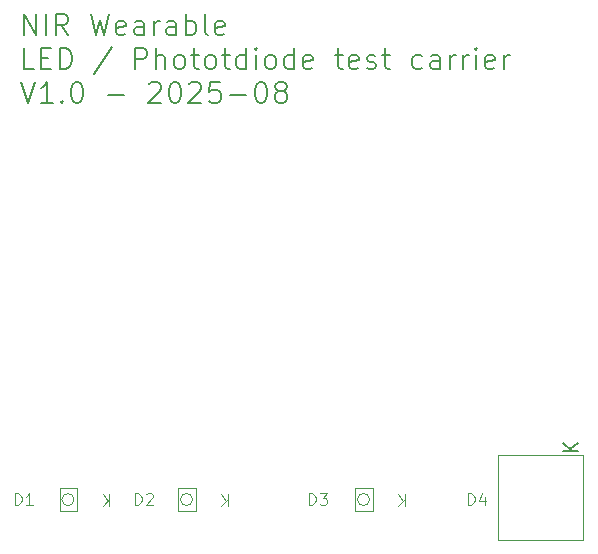
<source format=gbr>
%TF.GenerationSoftware,KiCad,Pcbnew,9.0.3-9.0.3-0~ubuntu24.04.1*%
%TF.CreationDate,2025-08-25T07:49:16-04:00*%
%TF.ProjectId,optical-carrier,6f707469-6361-46c2-9d63-617272696572,rev?*%
%TF.SameCoordinates,Original*%
%TF.FileFunction,Legend,Top*%
%TF.FilePolarity,Positive*%
%FSLAX46Y46*%
G04 Gerber Fmt 4.6, Leading zero omitted, Abs format (unit mm)*
G04 Created by KiCad (PCBNEW 9.0.3-9.0.3-0~ubuntu24.04.1) date 2025-08-25 07:49:16*
%MOMM*%
%LPD*%
G01*
G04 APERTURE LIST*
%ADD10C,0.177800*%
%ADD11C,0.100000*%
G04 APERTURE END LIST*
D10*
X184842706Y-69410001D02*
X184842706Y-67632001D01*
X184842706Y-67632001D02*
X185858706Y-69410001D01*
X185858706Y-69410001D02*
X185858706Y-67632001D01*
X186705373Y-69410001D02*
X186705373Y-67632001D01*
X188568040Y-69410001D02*
X187975373Y-68563335D01*
X187552040Y-69410001D02*
X187552040Y-67632001D01*
X187552040Y-67632001D02*
X188229373Y-67632001D01*
X188229373Y-67632001D02*
X188398707Y-67716668D01*
X188398707Y-67716668D02*
X188483373Y-67801335D01*
X188483373Y-67801335D02*
X188568040Y-67970668D01*
X188568040Y-67970668D02*
X188568040Y-68224668D01*
X188568040Y-68224668D02*
X188483373Y-68394001D01*
X188483373Y-68394001D02*
X188398707Y-68478668D01*
X188398707Y-68478668D02*
X188229373Y-68563335D01*
X188229373Y-68563335D02*
X187552040Y-68563335D01*
X190515374Y-67632001D02*
X190938707Y-69410001D01*
X190938707Y-69410001D02*
X191277374Y-68140001D01*
X191277374Y-68140001D02*
X191616040Y-69410001D01*
X191616040Y-69410001D02*
X192039374Y-67632001D01*
X193394040Y-69325335D02*
X193224707Y-69410001D01*
X193224707Y-69410001D02*
X192886040Y-69410001D01*
X192886040Y-69410001D02*
X192716707Y-69325335D01*
X192716707Y-69325335D02*
X192632040Y-69156001D01*
X192632040Y-69156001D02*
X192632040Y-68478668D01*
X192632040Y-68478668D02*
X192716707Y-68309335D01*
X192716707Y-68309335D02*
X192886040Y-68224668D01*
X192886040Y-68224668D02*
X193224707Y-68224668D01*
X193224707Y-68224668D02*
X193394040Y-68309335D01*
X193394040Y-68309335D02*
X193478707Y-68478668D01*
X193478707Y-68478668D02*
X193478707Y-68648001D01*
X193478707Y-68648001D02*
X192632040Y-68817335D01*
X195002707Y-69410001D02*
X195002707Y-68478668D01*
X195002707Y-68478668D02*
X194918040Y-68309335D01*
X194918040Y-68309335D02*
X194748707Y-68224668D01*
X194748707Y-68224668D02*
X194410040Y-68224668D01*
X194410040Y-68224668D02*
X194240707Y-68309335D01*
X195002707Y-69325335D02*
X194833374Y-69410001D01*
X194833374Y-69410001D02*
X194410040Y-69410001D01*
X194410040Y-69410001D02*
X194240707Y-69325335D01*
X194240707Y-69325335D02*
X194156040Y-69156001D01*
X194156040Y-69156001D02*
X194156040Y-68986668D01*
X194156040Y-68986668D02*
X194240707Y-68817335D01*
X194240707Y-68817335D02*
X194410040Y-68732668D01*
X194410040Y-68732668D02*
X194833374Y-68732668D01*
X194833374Y-68732668D02*
X195002707Y-68648001D01*
X195849374Y-69410001D02*
X195849374Y-68224668D01*
X195849374Y-68563335D02*
X195934041Y-68394001D01*
X195934041Y-68394001D02*
X196018707Y-68309335D01*
X196018707Y-68309335D02*
X196188041Y-68224668D01*
X196188041Y-68224668D02*
X196357374Y-68224668D01*
X197712041Y-69410001D02*
X197712041Y-68478668D01*
X197712041Y-68478668D02*
X197627374Y-68309335D01*
X197627374Y-68309335D02*
X197458041Y-68224668D01*
X197458041Y-68224668D02*
X197119374Y-68224668D01*
X197119374Y-68224668D02*
X196950041Y-68309335D01*
X197712041Y-69325335D02*
X197542708Y-69410001D01*
X197542708Y-69410001D02*
X197119374Y-69410001D01*
X197119374Y-69410001D02*
X196950041Y-69325335D01*
X196950041Y-69325335D02*
X196865374Y-69156001D01*
X196865374Y-69156001D02*
X196865374Y-68986668D01*
X196865374Y-68986668D02*
X196950041Y-68817335D01*
X196950041Y-68817335D02*
X197119374Y-68732668D01*
X197119374Y-68732668D02*
X197542708Y-68732668D01*
X197542708Y-68732668D02*
X197712041Y-68648001D01*
X198558708Y-69410001D02*
X198558708Y-67632001D01*
X198558708Y-68309335D02*
X198728041Y-68224668D01*
X198728041Y-68224668D02*
X199066708Y-68224668D01*
X199066708Y-68224668D02*
X199236041Y-68309335D01*
X199236041Y-68309335D02*
X199320708Y-68394001D01*
X199320708Y-68394001D02*
X199405375Y-68563335D01*
X199405375Y-68563335D02*
X199405375Y-69071335D01*
X199405375Y-69071335D02*
X199320708Y-69240668D01*
X199320708Y-69240668D02*
X199236041Y-69325335D01*
X199236041Y-69325335D02*
X199066708Y-69410001D01*
X199066708Y-69410001D02*
X198728041Y-69410001D01*
X198728041Y-69410001D02*
X198558708Y-69325335D01*
X200421375Y-69410001D02*
X200252042Y-69325335D01*
X200252042Y-69325335D02*
X200167375Y-69156001D01*
X200167375Y-69156001D02*
X200167375Y-67632001D01*
X201776041Y-69325335D02*
X201606708Y-69410001D01*
X201606708Y-69410001D02*
X201268041Y-69410001D01*
X201268041Y-69410001D02*
X201098708Y-69325335D01*
X201098708Y-69325335D02*
X201014041Y-69156001D01*
X201014041Y-69156001D02*
X201014041Y-68478668D01*
X201014041Y-68478668D02*
X201098708Y-68309335D01*
X201098708Y-68309335D02*
X201268041Y-68224668D01*
X201268041Y-68224668D02*
X201606708Y-68224668D01*
X201606708Y-68224668D02*
X201776041Y-68309335D01*
X201776041Y-68309335D02*
X201860708Y-68478668D01*
X201860708Y-68478668D02*
X201860708Y-68648001D01*
X201860708Y-68648001D02*
X201014041Y-68817335D01*
X185689373Y-72272481D02*
X184842706Y-72272481D01*
X184842706Y-72272481D02*
X184842706Y-70494481D01*
X186282039Y-71341148D02*
X186874706Y-71341148D01*
X187128706Y-72272481D02*
X186282039Y-72272481D01*
X186282039Y-72272481D02*
X186282039Y-70494481D01*
X186282039Y-70494481D02*
X187128706Y-70494481D01*
X187890706Y-72272481D02*
X187890706Y-70494481D01*
X187890706Y-70494481D02*
X188314039Y-70494481D01*
X188314039Y-70494481D02*
X188568039Y-70579148D01*
X188568039Y-70579148D02*
X188737373Y-70748481D01*
X188737373Y-70748481D02*
X188822039Y-70917815D01*
X188822039Y-70917815D02*
X188906706Y-71256481D01*
X188906706Y-71256481D02*
X188906706Y-71510481D01*
X188906706Y-71510481D02*
X188822039Y-71849148D01*
X188822039Y-71849148D02*
X188737373Y-72018481D01*
X188737373Y-72018481D02*
X188568039Y-72187815D01*
X188568039Y-72187815D02*
X188314039Y-72272481D01*
X188314039Y-72272481D02*
X187890706Y-72272481D01*
X192293373Y-70409815D02*
X190769373Y-72695815D01*
X194240707Y-72272481D02*
X194240707Y-70494481D01*
X194240707Y-70494481D02*
X194918040Y-70494481D01*
X194918040Y-70494481D02*
X195087374Y-70579148D01*
X195087374Y-70579148D02*
X195172040Y-70663815D01*
X195172040Y-70663815D02*
X195256707Y-70833148D01*
X195256707Y-70833148D02*
X195256707Y-71087148D01*
X195256707Y-71087148D02*
X195172040Y-71256481D01*
X195172040Y-71256481D02*
X195087374Y-71341148D01*
X195087374Y-71341148D02*
X194918040Y-71425815D01*
X194918040Y-71425815D02*
X194240707Y-71425815D01*
X196018707Y-72272481D02*
X196018707Y-70494481D01*
X196780707Y-72272481D02*
X196780707Y-71341148D01*
X196780707Y-71341148D02*
X196696040Y-71171815D01*
X196696040Y-71171815D02*
X196526707Y-71087148D01*
X196526707Y-71087148D02*
X196272707Y-71087148D01*
X196272707Y-71087148D02*
X196103374Y-71171815D01*
X196103374Y-71171815D02*
X196018707Y-71256481D01*
X197881374Y-72272481D02*
X197712041Y-72187815D01*
X197712041Y-72187815D02*
X197627374Y-72103148D01*
X197627374Y-72103148D02*
X197542707Y-71933815D01*
X197542707Y-71933815D02*
X197542707Y-71425815D01*
X197542707Y-71425815D02*
X197627374Y-71256481D01*
X197627374Y-71256481D02*
X197712041Y-71171815D01*
X197712041Y-71171815D02*
X197881374Y-71087148D01*
X197881374Y-71087148D02*
X198135374Y-71087148D01*
X198135374Y-71087148D02*
X198304707Y-71171815D01*
X198304707Y-71171815D02*
X198389374Y-71256481D01*
X198389374Y-71256481D02*
X198474041Y-71425815D01*
X198474041Y-71425815D02*
X198474041Y-71933815D01*
X198474041Y-71933815D02*
X198389374Y-72103148D01*
X198389374Y-72103148D02*
X198304707Y-72187815D01*
X198304707Y-72187815D02*
X198135374Y-72272481D01*
X198135374Y-72272481D02*
X197881374Y-72272481D01*
X198982041Y-71087148D02*
X199659374Y-71087148D01*
X199236041Y-70494481D02*
X199236041Y-72018481D01*
X199236041Y-72018481D02*
X199320708Y-72187815D01*
X199320708Y-72187815D02*
X199490041Y-72272481D01*
X199490041Y-72272481D02*
X199659374Y-72272481D01*
X200506041Y-72272481D02*
X200336708Y-72187815D01*
X200336708Y-72187815D02*
X200252041Y-72103148D01*
X200252041Y-72103148D02*
X200167374Y-71933815D01*
X200167374Y-71933815D02*
X200167374Y-71425815D01*
X200167374Y-71425815D02*
X200252041Y-71256481D01*
X200252041Y-71256481D02*
X200336708Y-71171815D01*
X200336708Y-71171815D02*
X200506041Y-71087148D01*
X200506041Y-71087148D02*
X200760041Y-71087148D01*
X200760041Y-71087148D02*
X200929374Y-71171815D01*
X200929374Y-71171815D02*
X201014041Y-71256481D01*
X201014041Y-71256481D02*
X201098708Y-71425815D01*
X201098708Y-71425815D02*
X201098708Y-71933815D01*
X201098708Y-71933815D02*
X201014041Y-72103148D01*
X201014041Y-72103148D02*
X200929374Y-72187815D01*
X200929374Y-72187815D02*
X200760041Y-72272481D01*
X200760041Y-72272481D02*
X200506041Y-72272481D01*
X201606708Y-71087148D02*
X202284041Y-71087148D01*
X201860708Y-70494481D02*
X201860708Y-72018481D01*
X201860708Y-72018481D02*
X201945375Y-72187815D01*
X201945375Y-72187815D02*
X202114708Y-72272481D01*
X202114708Y-72272481D02*
X202284041Y-72272481D01*
X203638708Y-72272481D02*
X203638708Y-70494481D01*
X203638708Y-72187815D02*
X203469375Y-72272481D01*
X203469375Y-72272481D02*
X203130708Y-72272481D01*
X203130708Y-72272481D02*
X202961375Y-72187815D01*
X202961375Y-72187815D02*
X202876708Y-72103148D01*
X202876708Y-72103148D02*
X202792041Y-71933815D01*
X202792041Y-71933815D02*
X202792041Y-71425815D01*
X202792041Y-71425815D02*
X202876708Y-71256481D01*
X202876708Y-71256481D02*
X202961375Y-71171815D01*
X202961375Y-71171815D02*
X203130708Y-71087148D01*
X203130708Y-71087148D02*
X203469375Y-71087148D01*
X203469375Y-71087148D02*
X203638708Y-71171815D01*
X204485375Y-72272481D02*
X204485375Y-71087148D01*
X204485375Y-70494481D02*
X204400708Y-70579148D01*
X204400708Y-70579148D02*
X204485375Y-70663815D01*
X204485375Y-70663815D02*
X204570042Y-70579148D01*
X204570042Y-70579148D02*
X204485375Y-70494481D01*
X204485375Y-70494481D02*
X204485375Y-70663815D01*
X205586042Y-72272481D02*
X205416709Y-72187815D01*
X205416709Y-72187815D02*
X205332042Y-72103148D01*
X205332042Y-72103148D02*
X205247375Y-71933815D01*
X205247375Y-71933815D02*
X205247375Y-71425815D01*
X205247375Y-71425815D02*
X205332042Y-71256481D01*
X205332042Y-71256481D02*
X205416709Y-71171815D01*
X205416709Y-71171815D02*
X205586042Y-71087148D01*
X205586042Y-71087148D02*
X205840042Y-71087148D01*
X205840042Y-71087148D02*
X206009375Y-71171815D01*
X206009375Y-71171815D02*
X206094042Y-71256481D01*
X206094042Y-71256481D02*
X206178709Y-71425815D01*
X206178709Y-71425815D02*
X206178709Y-71933815D01*
X206178709Y-71933815D02*
X206094042Y-72103148D01*
X206094042Y-72103148D02*
X206009375Y-72187815D01*
X206009375Y-72187815D02*
X205840042Y-72272481D01*
X205840042Y-72272481D02*
X205586042Y-72272481D01*
X207702709Y-72272481D02*
X207702709Y-70494481D01*
X207702709Y-72187815D02*
X207533376Y-72272481D01*
X207533376Y-72272481D02*
X207194709Y-72272481D01*
X207194709Y-72272481D02*
X207025376Y-72187815D01*
X207025376Y-72187815D02*
X206940709Y-72103148D01*
X206940709Y-72103148D02*
X206856042Y-71933815D01*
X206856042Y-71933815D02*
X206856042Y-71425815D01*
X206856042Y-71425815D02*
X206940709Y-71256481D01*
X206940709Y-71256481D02*
X207025376Y-71171815D01*
X207025376Y-71171815D02*
X207194709Y-71087148D01*
X207194709Y-71087148D02*
X207533376Y-71087148D01*
X207533376Y-71087148D02*
X207702709Y-71171815D01*
X209226709Y-72187815D02*
X209057376Y-72272481D01*
X209057376Y-72272481D02*
X208718709Y-72272481D01*
X208718709Y-72272481D02*
X208549376Y-72187815D01*
X208549376Y-72187815D02*
X208464709Y-72018481D01*
X208464709Y-72018481D02*
X208464709Y-71341148D01*
X208464709Y-71341148D02*
X208549376Y-71171815D01*
X208549376Y-71171815D02*
X208718709Y-71087148D01*
X208718709Y-71087148D02*
X209057376Y-71087148D01*
X209057376Y-71087148D02*
X209226709Y-71171815D01*
X209226709Y-71171815D02*
X209311376Y-71341148D01*
X209311376Y-71341148D02*
X209311376Y-71510481D01*
X209311376Y-71510481D02*
X208464709Y-71679815D01*
X211174043Y-71087148D02*
X211851376Y-71087148D01*
X211428043Y-70494481D02*
X211428043Y-72018481D01*
X211428043Y-72018481D02*
X211512710Y-72187815D01*
X211512710Y-72187815D02*
X211682043Y-72272481D01*
X211682043Y-72272481D02*
X211851376Y-72272481D01*
X213121376Y-72187815D02*
X212952043Y-72272481D01*
X212952043Y-72272481D02*
X212613376Y-72272481D01*
X212613376Y-72272481D02*
X212444043Y-72187815D01*
X212444043Y-72187815D02*
X212359376Y-72018481D01*
X212359376Y-72018481D02*
X212359376Y-71341148D01*
X212359376Y-71341148D02*
X212444043Y-71171815D01*
X212444043Y-71171815D02*
X212613376Y-71087148D01*
X212613376Y-71087148D02*
X212952043Y-71087148D01*
X212952043Y-71087148D02*
X213121376Y-71171815D01*
X213121376Y-71171815D02*
X213206043Y-71341148D01*
X213206043Y-71341148D02*
X213206043Y-71510481D01*
X213206043Y-71510481D02*
X212359376Y-71679815D01*
X213883376Y-72187815D02*
X214052710Y-72272481D01*
X214052710Y-72272481D02*
X214391376Y-72272481D01*
X214391376Y-72272481D02*
X214560710Y-72187815D01*
X214560710Y-72187815D02*
X214645376Y-72018481D01*
X214645376Y-72018481D02*
X214645376Y-71933815D01*
X214645376Y-71933815D02*
X214560710Y-71764481D01*
X214560710Y-71764481D02*
X214391376Y-71679815D01*
X214391376Y-71679815D02*
X214137376Y-71679815D01*
X214137376Y-71679815D02*
X213968043Y-71595148D01*
X213968043Y-71595148D02*
X213883376Y-71425815D01*
X213883376Y-71425815D02*
X213883376Y-71341148D01*
X213883376Y-71341148D02*
X213968043Y-71171815D01*
X213968043Y-71171815D02*
X214137376Y-71087148D01*
X214137376Y-71087148D02*
X214391376Y-71087148D01*
X214391376Y-71087148D02*
X214560710Y-71171815D01*
X215153376Y-71087148D02*
X215830709Y-71087148D01*
X215407376Y-70494481D02*
X215407376Y-72018481D01*
X215407376Y-72018481D02*
X215492043Y-72187815D01*
X215492043Y-72187815D02*
X215661376Y-72272481D01*
X215661376Y-72272481D02*
X215830709Y-72272481D01*
X218540043Y-72187815D02*
X218370710Y-72272481D01*
X218370710Y-72272481D02*
X218032043Y-72272481D01*
X218032043Y-72272481D02*
X217862710Y-72187815D01*
X217862710Y-72187815D02*
X217778043Y-72103148D01*
X217778043Y-72103148D02*
X217693376Y-71933815D01*
X217693376Y-71933815D02*
X217693376Y-71425815D01*
X217693376Y-71425815D02*
X217778043Y-71256481D01*
X217778043Y-71256481D02*
X217862710Y-71171815D01*
X217862710Y-71171815D02*
X218032043Y-71087148D01*
X218032043Y-71087148D02*
X218370710Y-71087148D01*
X218370710Y-71087148D02*
X218540043Y-71171815D01*
X220064043Y-72272481D02*
X220064043Y-71341148D01*
X220064043Y-71341148D02*
X219979376Y-71171815D01*
X219979376Y-71171815D02*
X219810043Y-71087148D01*
X219810043Y-71087148D02*
X219471376Y-71087148D01*
X219471376Y-71087148D02*
X219302043Y-71171815D01*
X220064043Y-72187815D02*
X219894710Y-72272481D01*
X219894710Y-72272481D02*
X219471376Y-72272481D01*
X219471376Y-72272481D02*
X219302043Y-72187815D01*
X219302043Y-72187815D02*
X219217376Y-72018481D01*
X219217376Y-72018481D02*
X219217376Y-71849148D01*
X219217376Y-71849148D02*
X219302043Y-71679815D01*
X219302043Y-71679815D02*
X219471376Y-71595148D01*
X219471376Y-71595148D02*
X219894710Y-71595148D01*
X219894710Y-71595148D02*
X220064043Y-71510481D01*
X220910710Y-72272481D02*
X220910710Y-71087148D01*
X220910710Y-71425815D02*
X220995377Y-71256481D01*
X220995377Y-71256481D02*
X221080043Y-71171815D01*
X221080043Y-71171815D02*
X221249377Y-71087148D01*
X221249377Y-71087148D02*
X221418710Y-71087148D01*
X222011377Y-72272481D02*
X222011377Y-71087148D01*
X222011377Y-71425815D02*
X222096044Y-71256481D01*
X222096044Y-71256481D02*
X222180710Y-71171815D01*
X222180710Y-71171815D02*
X222350044Y-71087148D01*
X222350044Y-71087148D02*
X222519377Y-71087148D01*
X223112044Y-72272481D02*
X223112044Y-71087148D01*
X223112044Y-70494481D02*
X223027377Y-70579148D01*
X223027377Y-70579148D02*
X223112044Y-70663815D01*
X223112044Y-70663815D02*
X223196711Y-70579148D01*
X223196711Y-70579148D02*
X223112044Y-70494481D01*
X223112044Y-70494481D02*
X223112044Y-70663815D01*
X224636044Y-72187815D02*
X224466711Y-72272481D01*
X224466711Y-72272481D02*
X224128044Y-72272481D01*
X224128044Y-72272481D02*
X223958711Y-72187815D01*
X223958711Y-72187815D02*
X223874044Y-72018481D01*
X223874044Y-72018481D02*
X223874044Y-71341148D01*
X223874044Y-71341148D02*
X223958711Y-71171815D01*
X223958711Y-71171815D02*
X224128044Y-71087148D01*
X224128044Y-71087148D02*
X224466711Y-71087148D01*
X224466711Y-71087148D02*
X224636044Y-71171815D01*
X224636044Y-71171815D02*
X224720711Y-71341148D01*
X224720711Y-71341148D02*
X224720711Y-71510481D01*
X224720711Y-71510481D02*
X223874044Y-71679815D01*
X225482711Y-72272481D02*
X225482711Y-71087148D01*
X225482711Y-71425815D02*
X225567378Y-71256481D01*
X225567378Y-71256481D02*
X225652044Y-71171815D01*
X225652044Y-71171815D02*
X225821378Y-71087148D01*
X225821378Y-71087148D02*
X225990711Y-71087148D01*
X184588706Y-73356961D02*
X185181373Y-75134961D01*
X185181373Y-75134961D02*
X185774039Y-73356961D01*
X187298039Y-75134961D02*
X186282039Y-75134961D01*
X186790039Y-75134961D02*
X186790039Y-73356961D01*
X186790039Y-73356961D02*
X186620706Y-73610961D01*
X186620706Y-73610961D02*
X186451373Y-73780295D01*
X186451373Y-73780295D02*
X186282039Y-73864961D01*
X188060039Y-74965628D02*
X188144706Y-75050295D01*
X188144706Y-75050295D02*
X188060039Y-75134961D01*
X188060039Y-75134961D02*
X187975372Y-75050295D01*
X187975372Y-75050295D02*
X188060039Y-74965628D01*
X188060039Y-74965628D02*
X188060039Y-75134961D01*
X189245373Y-73356961D02*
X189414706Y-73356961D01*
X189414706Y-73356961D02*
X189584039Y-73441628D01*
X189584039Y-73441628D02*
X189668706Y-73526295D01*
X189668706Y-73526295D02*
X189753373Y-73695628D01*
X189753373Y-73695628D02*
X189838039Y-74034295D01*
X189838039Y-74034295D02*
X189838039Y-74457628D01*
X189838039Y-74457628D02*
X189753373Y-74796295D01*
X189753373Y-74796295D02*
X189668706Y-74965628D01*
X189668706Y-74965628D02*
X189584039Y-75050295D01*
X189584039Y-75050295D02*
X189414706Y-75134961D01*
X189414706Y-75134961D02*
X189245373Y-75134961D01*
X189245373Y-75134961D02*
X189076039Y-75050295D01*
X189076039Y-75050295D02*
X188991373Y-74965628D01*
X188991373Y-74965628D02*
X188906706Y-74796295D01*
X188906706Y-74796295D02*
X188822039Y-74457628D01*
X188822039Y-74457628D02*
X188822039Y-74034295D01*
X188822039Y-74034295D02*
X188906706Y-73695628D01*
X188906706Y-73695628D02*
X188991373Y-73526295D01*
X188991373Y-73526295D02*
X189076039Y-73441628D01*
X189076039Y-73441628D02*
X189245373Y-73356961D01*
X191954706Y-74457628D02*
X193309373Y-74457628D01*
X195426039Y-73526295D02*
X195510706Y-73441628D01*
X195510706Y-73441628D02*
X195680039Y-73356961D01*
X195680039Y-73356961D02*
X196103373Y-73356961D01*
X196103373Y-73356961D02*
X196272706Y-73441628D01*
X196272706Y-73441628D02*
X196357373Y-73526295D01*
X196357373Y-73526295D02*
X196442039Y-73695628D01*
X196442039Y-73695628D02*
X196442039Y-73864961D01*
X196442039Y-73864961D02*
X196357373Y-74118961D01*
X196357373Y-74118961D02*
X195341373Y-75134961D01*
X195341373Y-75134961D02*
X196442039Y-75134961D01*
X197542706Y-73356961D02*
X197712039Y-73356961D01*
X197712039Y-73356961D02*
X197881372Y-73441628D01*
X197881372Y-73441628D02*
X197966039Y-73526295D01*
X197966039Y-73526295D02*
X198050706Y-73695628D01*
X198050706Y-73695628D02*
X198135372Y-74034295D01*
X198135372Y-74034295D02*
X198135372Y-74457628D01*
X198135372Y-74457628D02*
X198050706Y-74796295D01*
X198050706Y-74796295D02*
X197966039Y-74965628D01*
X197966039Y-74965628D02*
X197881372Y-75050295D01*
X197881372Y-75050295D02*
X197712039Y-75134961D01*
X197712039Y-75134961D02*
X197542706Y-75134961D01*
X197542706Y-75134961D02*
X197373372Y-75050295D01*
X197373372Y-75050295D02*
X197288706Y-74965628D01*
X197288706Y-74965628D02*
X197204039Y-74796295D01*
X197204039Y-74796295D02*
X197119372Y-74457628D01*
X197119372Y-74457628D02*
X197119372Y-74034295D01*
X197119372Y-74034295D02*
X197204039Y-73695628D01*
X197204039Y-73695628D02*
X197288706Y-73526295D01*
X197288706Y-73526295D02*
X197373372Y-73441628D01*
X197373372Y-73441628D02*
X197542706Y-73356961D01*
X198812705Y-73526295D02*
X198897372Y-73441628D01*
X198897372Y-73441628D02*
X199066705Y-73356961D01*
X199066705Y-73356961D02*
X199490039Y-73356961D01*
X199490039Y-73356961D02*
X199659372Y-73441628D01*
X199659372Y-73441628D02*
X199744039Y-73526295D01*
X199744039Y-73526295D02*
X199828705Y-73695628D01*
X199828705Y-73695628D02*
X199828705Y-73864961D01*
X199828705Y-73864961D02*
X199744039Y-74118961D01*
X199744039Y-74118961D02*
X198728039Y-75134961D01*
X198728039Y-75134961D02*
X199828705Y-75134961D01*
X201437372Y-73356961D02*
X200590705Y-73356961D01*
X200590705Y-73356961D02*
X200506038Y-74203628D01*
X200506038Y-74203628D02*
X200590705Y-74118961D01*
X200590705Y-74118961D02*
X200760038Y-74034295D01*
X200760038Y-74034295D02*
X201183372Y-74034295D01*
X201183372Y-74034295D02*
X201352705Y-74118961D01*
X201352705Y-74118961D02*
X201437372Y-74203628D01*
X201437372Y-74203628D02*
X201522038Y-74372961D01*
X201522038Y-74372961D02*
X201522038Y-74796295D01*
X201522038Y-74796295D02*
X201437372Y-74965628D01*
X201437372Y-74965628D02*
X201352705Y-75050295D01*
X201352705Y-75050295D02*
X201183372Y-75134961D01*
X201183372Y-75134961D02*
X200760038Y-75134961D01*
X200760038Y-75134961D02*
X200590705Y-75050295D01*
X200590705Y-75050295D02*
X200506038Y-74965628D01*
X202284038Y-74457628D02*
X203638705Y-74457628D01*
X204824038Y-73356961D02*
X204993371Y-73356961D01*
X204993371Y-73356961D02*
X205162704Y-73441628D01*
X205162704Y-73441628D02*
X205247371Y-73526295D01*
X205247371Y-73526295D02*
X205332038Y-73695628D01*
X205332038Y-73695628D02*
X205416704Y-74034295D01*
X205416704Y-74034295D02*
X205416704Y-74457628D01*
X205416704Y-74457628D02*
X205332038Y-74796295D01*
X205332038Y-74796295D02*
X205247371Y-74965628D01*
X205247371Y-74965628D02*
X205162704Y-75050295D01*
X205162704Y-75050295D02*
X204993371Y-75134961D01*
X204993371Y-75134961D02*
X204824038Y-75134961D01*
X204824038Y-75134961D02*
X204654704Y-75050295D01*
X204654704Y-75050295D02*
X204570038Y-74965628D01*
X204570038Y-74965628D02*
X204485371Y-74796295D01*
X204485371Y-74796295D02*
X204400704Y-74457628D01*
X204400704Y-74457628D02*
X204400704Y-74034295D01*
X204400704Y-74034295D02*
X204485371Y-73695628D01*
X204485371Y-73695628D02*
X204570038Y-73526295D01*
X204570038Y-73526295D02*
X204654704Y-73441628D01*
X204654704Y-73441628D02*
X204824038Y-73356961D01*
X206432704Y-74118961D02*
X206263371Y-74034295D01*
X206263371Y-74034295D02*
X206178704Y-73949628D01*
X206178704Y-73949628D02*
X206094037Y-73780295D01*
X206094037Y-73780295D02*
X206094037Y-73695628D01*
X206094037Y-73695628D02*
X206178704Y-73526295D01*
X206178704Y-73526295D02*
X206263371Y-73441628D01*
X206263371Y-73441628D02*
X206432704Y-73356961D01*
X206432704Y-73356961D02*
X206771371Y-73356961D01*
X206771371Y-73356961D02*
X206940704Y-73441628D01*
X206940704Y-73441628D02*
X207025371Y-73526295D01*
X207025371Y-73526295D02*
X207110037Y-73695628D01*
X207110037Y-73695628D02*
X207110037Y-73780295D01*
X207110037Y-73780295D02*
X207025371Y-73949628D01*
X207025371Y-73949628D02*
X206940704Y-74034295D01*
X206940704Y-74034295D02*
X206771371Y-74118961D01*
X206771371Y-74118961D02*
X206432704Y-74118961D01*
X206432704Y-74118961D02*
X206263371Y-74203628D01*
X206263371Y-74203628D02*
X206178704Y-74288295D01*
X206178704Y-74288295D02*
X206094037Y-74457628D01*
X206094037Y-74457628D02*
X206094037Y-74796295D01*
X206094037Y-74796295D02*
X206178704Y-74965628D01*
X206178704Y-74965628D02*
X206263371Y-75050295D01*
X206263371Y-75050295D02*
X206432704Y-75134961D01*
X206432704Y-75134961D02*
X206771371Y-75134961D01*
X206771371Y-75134961D02*
X206940704Y-75050295D01*
X206940704Y-75050295D02*
X207025371Y-74965628D01*
X207025371Y-74965628D02*
X207110037Y-74796295D01*
X207110037Y-74796295D02*
X207110037Y-74457628D01*
X207110037Y-74457628D02*
X207025371Y-74288295D01*
X207025371Y-74288295D02*
X206940704Y-74203628D01*
X206940704Y-74203628D02*
X206771371Y-74118961D01*
D11*
X208938905Y-109169419D02*
X208938905Y-108169419D01*
X208938905Y-108169419D02*
X209177000Y-108169419D01*
X209177000Y-108169419D02*
X209319857Y-108217038D01*
X209319857Y-108217038D02*
X209415095Y-108312276D01*
X209415095Y-108312276D02*
X209462714Y-108407514D01*
X209462714Y-108407514D02*
X209510333Y-108597990D01*
X209510333Y-108597990D02*
X209510333Y-108740847D01*
X209510333Y-108740847D02*
X209462714Y-108931323D01*
X209462714Y-108931323D02*
X209415095Y-109026561D01*
X209415095Y-109026561D02*
X209319857Y-109121800D01*
X209319857Y-109121800D02*
X209177000Y-109169419D01*
X209177000Y-109169419D02*
X208938905Y-109169419D01*
X209843667Y-108169419D02*
X210462714Y-108169419D01*
X210462714Y-108169419D02*
X210129381Y-108550371D01*
X210129381Y-108550371D02*
X210272238Y-108550371D01*
X210272238Y-108550371D02*
X210367476Y-108597990D01*
X210367476Y-108597990D02*
X210415095Y-108645609D01*
X210415095Y-108645609D02*
X210462714Y-108740847D01*
X210462714Y-108740847D02*
X210462714Y-108978942D01*
X210462714Y-108978942D02*
X210415095Y-109074180D01*
X210415095Y-109074180D02*
X210367476Y-109121800D01*
X210367476Y-109121800D02*
X210272238Y-109169419D01*
X210272238Y-109169419D02*
X209986524Y-109169419D01*
X209986524Y-109169419D02*
X209891286Y-109121800D01*
X209891286Y-109121800D02*
X209843667Y-109074180D01*
X217060115Y-108239580D02*
X217060115Y-109239580D01*
X216488687Y-108239580D02*
X216917258Y-108811009D01*
X216488687Y-109239580D02*
X217060115Y-108668152D01*
X194206905Y-109169419D02*
X194206905Y-108169419D01*
X194206905Y-108169419D02*
X194445000Y-108169419D01*
X194445000Y-108169419D02*
X194587857Y-108217038D01*
X194587857Y-108217038D02*
X194683095Y-108312276D01*
X194683095Y-108312276D02*
X194730714Y-108407514D01*
X194730714Y-108407514D02*
X194778333Y-108597990D01*
X194778333Y-108597990D02*
X194778333Y-108740847D01*
X194778333Y-108740847D02*
X194730714Y-108931323D01*
X194730714Y-108931323D02*
X194683095Y-109026561D01*
X194683095Y-109026561D02*
X194587857Y-109121800D01*
X194587857Y-109121800D02*
X194445000Y-109169419D01*
X194445000Y-109169419D02*
X194206905Y-109169419D01*
X195159286Y-108264657D02*
X195206905Y-108217038D01*
X195206905Y-108217038D02*
X195302143Y-108169419D01*
X195302143Y-108169419D02*
X195540238Y-108169419D01*
X195540238Y-108169419D02*
X195635476Y-108217038D01*
X195635476Y-108217038D02*
X195683095Y-108264657D01*
X195683095Y-108264657D02*
X195730714Y-108359895D01*
X195730714Y-108359895D02*
X195730714Y-108455133D01*
X195730714Y-108455133D02*
X195683095Y-108597990D01*
X195683095Y-108597990D02*
X195111667Y-109169419D01*
X195111667Y-109169419D02*
X195730714Y-109169419D01*
X202074115Y-108239580D02*
X202074115Y-109239580D01*
X201502687Y-108239580D02*
X201931258Y-108811009D01*
X201502687Y-109239580D02*
X202074115Y-108668152D01*
X184046905Y-109169419D02*
X184046905Y-108169419D01*
X184046905Y-108169419D02*
X184285000Y-108169419D01*
X184285000Y-108169419D02*
X184427857Y-108217038D01*
X184427857Y-108217038D02*
X184523095Y-108312276D01*
X184523095Y-108312276D02*
X184570714Y-108407514D01*
X184570714Y-108407514D02*
X184618333Y-108597990D01*
X184618333Y-108597990D02*
X184618333Y-108740847D01*
X184618333Y-108740847D02*
X184570714Y-108931323D01*
X184570714Y-108931323D02*
X184523095Y-109026561D01*
X184523095Y-109026561D02*
X184427857Y-109121800D01*
X184427857Y-109121800D02*
X184285000Y-109169419D01*
X184285000Y-109169419D02*
X184046905Y-109169419D01*
X185570714Y-109169419D02*
X184999286Y-109169419D01*
X185285000Y-109169419D02*
X185285000Y-108169419D01*
X185285000Y-108169419D02*
X185189762Y-108312276D01*
X185189762Y-108312276D02*
X185094524Y-108407514D01*
X185094524Y-108407514D02*
X184999286Y-108455133D01*
X192041115Y-108239580D02*
X192041115Y-109239580D01*
X191469687Y-108239580D02*
X191898258Y-108811009D01*
X191469687Y-109239580D02*
X192041115Y-108668152D01*
X222400905Y-109169419D02*
X222400905Y-108169419D01*
X222400905Y-108169419D02*
X222639000Y-108169419D01*
X222639000Y-108169419D02*
X222781857Y-108217038D01*
X222781857Y-108217038D02*
X222877095Y-108312276D01*
X222877095Y-108312276D02*
X222924714Y-108407514D01*
X222924714Y-108407514D02*
X222972333Y-108597990D01*
X222972333Y-108597990D02*
X222972333Y-108740847D01*
X222972333Y-108740847D02*
X222924714Y-108931323D01*
X222924714Y-108931323D02*
X222877095Y-109026561D01*
X222877095Y-109026561D02*
X222781857Y-109121800D01*
X222781857Y-109121800D02*
X222639000Y-109169419D01*
X222639000Y-109169419D02*
X222400905Y-109169419D01*
X223829476Y-108502752D02*
X223829476Y-109169419D01*
X223591381Y-108121800D02*
X223353286Y-108836085D01*
X223353286Y-108836085D02*
X223972333Y-108836085D01*
D10*
X231751830Y-104624146D02*
X230481830Y-104624146D01*
X231751830Y-103898431D02*
X231026115Y-104442717D01*
X230481830Y-103898431D02*
X231207544Y-104624146D01*
D11*
%TO.C,D3*%
X212864000Y-107712000D02*
X214364000Y-107712000D01*
X212864000Y-109712000D02*
X212864000Y-107712000D01*
X214364000Y-107712000D02*
X214364000Y-109712000D01*
X214364000Y-109712000D02*
X212864000Y-109712000D01*
X214073902Y-108712000D02*
G75*
G02*
X213054098Y-108712000I-509902J0D01*
G01*
X213054098Y-108712000D02*
G75*
G02*
X214073902Y-108712000I509902J0D01*
G01*
%TO.C,D2*%
X197878000Y-107712000D02*
X199378000Y-107712000D01*
X197878000Y-109712000D02*
X197878000Y-107712000D01*
X199378000Y-107712000D02*
X199378000Y-109712000D01*
X199378000Y-109712000D02*
X197878000Y-109712000D01*
X199087902Y-108712000D02*
G75*
G02*
X198068098Y-108712000I-509902J0D01*
G01*
X198068098Y-108712000D02*
G75*
G02*
X199087902Y-108712000I509902J0D01*
G01*
%TO.C,D1*%
X187845000Y-107712000D02*
X189345000Y-107712000D01*
X187845000Y-109712000D02*
X187845000Y-107712000D01*
X189345000Y-107712000D02*
X189345000Y-109712000D01*
X189345000Y-109712000D02*
X187845000Y-109712000D01*
X189054902Y-108712000D02*
G75*
G02*
X188035098Y-108712000I-509902J0D01*
G01*
X188035098Y-108712000D02*
G75*
G02*
X189054902Y-108712000I509902J0D01*
G01*
%TO.C,D4*%
X224931500Y-112155500D02*
X232170500Y-112155500D01*
X232170500Y-104916500D01*
X224931500Y-104916500D01*
X224931500Y-112155500D01*
%TD*%
M02*

</source>
